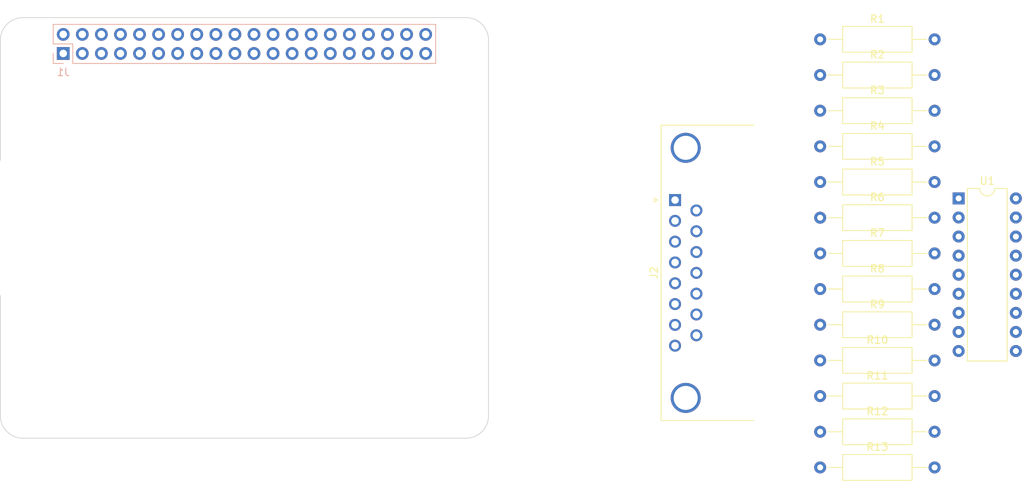
<source format=kicad_pcb>
(kicad_pcb (version 20240108) (generator "pcbnew") (generator_version "8.0")
  (title_block (date "15 nov 2012"))
  (layers (0 "F.Cu" signal) (31 "B.Cu" signal) (34 "B.Paste" user) (35 "F.Paste" user) (36 "B.SilkS" user "B.Silkscreen") (37 "F.SilkS" user "F.Silkscreen") (38 "B.Mask" user) (39 "F.Mask" user) (44 "Edge.Cuts" user))
  (net 0 "")
  (net 1 "GND")
  (net 2 "/GPIO2{slash}SDA1")
  (net 3 "/GPIO3{slash}SCL1")
  (net 4 "/GPIO4{slash}GPCLK0")
  (net 5 "/GPIO14{slash}TXD0")
  (net 6 "/GPIO15{slash}RXD0")
  (net 7 "/GPIO17")
  (net 8 "/GPIO18{slash}PCM.CLK")
  (net 9 "/GPIO27")
  (net 10 "/GPIO22")
  (net 11 "/GPIO23")
  (net 12 "/GPIO24")
  (net 13 "/GPIO10{slash}SPI0.MOSI")
  (net 14 "/GPIO9{slash}SPI0.MISO")
  (net 15 "/GPIO25")
  (net 16 "/GPIO11{slash}SPI0.SCLK")
  (net 17 "/GPIO8{slash}SPI0.CE0")
  (net 18 "/GPIO7{slash}SPI0.CE1")
  (net 19 "/ID_SDA")
  (net 20 "/ID_SCL")
  (net 21 "/GPIO5")
  (net 22 "/GPIO6")
  (net 23 "/GPIO12{slash}PWM0")
  (net 24 "/GPIO13{slash}PWM1")
  (net 25 "/GPIO19{slash}PCM.FS")
  (net 26 "/GPIO16")
  (net 27 "/GPIO26")
  (net 28 "/GPIO20{slash}PCM.DIN")
  (net 29 "/GPIO21{slash}PCM.DOUT")
  (net 30 "+5V")
  (net 31 "+3V3")
  (net 32 "Net-(J2-P9)")
  (net 33 "Net-(J2-P13)")
  (net 34 "Net-(J2-Pad3)")
  (net 35 "Net-(J2-Pad5)")
  (net 36 "Net-(J2-P15)")
  (net 37 "Net-(J2-P14)")
  (net 38 "Net-(J2-P10)")
  (net 39 "Net-(J2-Pad4)")
  (net 40 "Net-(J2-Pad6)")
  (net 41 "Net-(J2-Pad7)")
  (net 42 "Net-(J2-Pad2)")
  (net 44 "Net-(J2-P111)")
  (net 45 "Net-(J2-P12)")
  (net 46 "Net-(U1-O1)")
  (net 47 "Net-(U1-O2)")
  (net 48 "Net-(U1-O3)")
  (net 49 "Net-(U1-O4)")
  (net 50 "Net-(U1-O5)")
  (footprint "Package_DIP:DIP-18_W7.62mm" (layer "F.Cu") (at 227.595 68.070662)
    (property "Reference" "U1" (at 3.81 -2.33 0) (layer "F.SilkS"))
    (property "Value" "ULN2803A")
    (fp_line (start 1.16 -1.33) (end 1.16 21.65) (stroke (width 0.12)) (layer "F.SilkS"))
    (fp_line (start 1.16 21.65) (end 6.46 21.65) (stroke (width 0.12)) (layer "F.SilkS"))
    (fp_line (start 2.81 -1.33) (end 1.16 -1.33) (stroke (width 0.12)) (layer "F.SilkS"))
    (fp_line (start 6.46 -1.33) (end 4.81 -1.33) (stroke (width 0.12)) (layer "F.SilkS"))
    (fp_line (start 6.46 21.65) (end 6.46 -1.33) (stroke (width 0.12)) (layer "F.SilkS"))
    (fp_arc (start 4.81 -1.33) (mid 3.81 -0.33) (end 2.81 -1.33) (stroke (width 0.12)) (layer "F.SilkS"))
    (pad "1" thru_hole rect (at 0 0) (size 1.6 1.6) (drill 0.8) (layers "*.Cu" "*.Mask") (net 7 "/GPIO17"))
    (pad "2" thru_hole oval (at 0 2.54) (size 1.6 1.6) (drill 0.8) (layers "*.Cu" "*.Mask") (net 10 "/GPIO22"))
    (pad "3" thru_hole oval (at 0 5.08) (size 1.6 1.6) (drill 0.8) (layers "*.Cu" "*.Mask") (net 11 "/GPIO23"))
    (pad "4" thru_hole oval (at 0 7.62) (size 1.6 1.6) (drill 0.8) (layers "*.Cu" "*.Mask") (net 12 "/GPIO24"))
    (pad "5" thru_hole oval (at 0 10.16) (size 1.6 1.6) (drill 0.8) (layers "*.Cu" "*.Mask") (net 15 "/GPIO25"))
    (pad "6" thru_hole oval (at 0 12.7) (size 1.6 1.6) (drill 0.8) (layers "*.Cu" "*.Mask"))
    (pad "7" thru_hole oval (at 0 15.24) (size 1.6 1.6) (drill 0.8) (layers "*.Cu" "*.Mask"))
    (pad "8" thru_hole oval (at 0 17.78) (size 1.6 1.6) (drill 0.8) (layers "*.Cu" "*.Mask"))
    (pad "9" thru_hole oval (at 0 20.32) (size 1.6 1.6) (drill 0.8) (layers "*.Cu" "*.Mask") (net 1 "GND"))
    (pad "10" thru_hole oval (at 7.62 20.32) (size 1.6 1.6) (drill 0.8) (layers "*.Cu" "*.Mask"))
    (pad "11" thru_hole oval (at 7.62 17.78) (size 1.6 1.6) (drill 0.8) (layers "*.Cu" "*.Mask"))
    (pad "12" thru_hole oval (at 7.62 15.24) (size 1.6 1.6) (drill 0.8) (layers "*.Cu" "*.Mask"))
    (pad "13" thru_hole oval (at 7.62 12.7) (size 1.6 1.6) (drill 0.8) (layers "*.Cu" "*.Mask"))
    (pad "14" thru_hole oval (at 7.62 10.16) (size 1.6 1.6) (drill 0.8) (layers "*.Cu" "*.Mask") (net 50 "Net-(U1-O5)"))
    (pad "15" thru_hole oval (at 7.62 7.62) (size 1.6 1.6) (drill 0.8) (layers "*.Cu" "*.Mask") (net 49 "Net-(U1-O4)"))
    (pad "16" thru_hole oval (at 7.62 5.08) (size 1.6 1.6) (drill 0.8) (layers "*.Cu" "*.Mask") (net 48 "Net-(U1-O3)"))
    (pad "17" thru_hole oval (at 7.62 2.54) (size 1.6 1.6) (drill 0.8) (layers "*.Cu" "*.Mask") (net 47 "Net-(U1-O2)"))
    (pad "18" thru_hole oval (at 7.62 0) (size 1.6 1.6) (drill 0.8) (layers "*.Cu" "*.Mask") (net 46 "Net-(U1-O1)"))
  )
  (footprint "MountingHole:MountingHole_2.7mm_M2.5" (layer "F.Cu") (at 161.5 47.5)
    (property "Reference" "MH2" (hide yes))
    (property "Value" "MountingHole_2.7mm_M2.5" (hide yes))
    (pad "" np_thru_hole circle (at 0 0) (size 2.7 2.7) (drill 2.7) (layers "*.Cu" "*.Mask"))
  )
  (footprint "Resistor_THT:R_Axial_DIN0309_L9.0mm_D3.2mm_P15.24mm_Horizontal" (layer "F.Cu") (at 209.155 46.890662)
    (property "Reference" "R1" (at 7.62 -2.72 0) (layer "F.SilkS"))
    (property "Value" "R_US")
    (fp_line (start 1.04 0) (end 3 0) (stroke (width 0.12)) (layer "F.SilkS"))
    (fp_line (start 3 -1.72) (end 3 1.72) (stroke (width 0.12)) (layer "F.SilkS"))
    (fp_line (start 3 1.72) (end 12.24 1.72) (stroke (width 0.12)) (layer "F.SilkS"))
    (fp_line (start 12.24 -1.72) (end 3 -1.72) (stroke (width 0.12)) (layer "F.SilkS"))
    (fp_line (start 12.24 1.72) (end 12.24 -1.72) (stroke (width 0.12)) (layer "F.SilkS"))
    (fp_line (start 14.2 0) (end 12.24 0) (stroke (width 0.12)) (layer "F.SilkS"))
    (pad "1" thru_hole circle (at 0 0) (size 1.6 1.6) (drill 0.8) (layers "*.Cu" "*.Mask") (net 46 "Net-(U1-O1)"))
    (pad "2" thru_hole oval (at 15.24 0) (size 1.6 1.6) (drill 0.8) (layers "*.Cu" "*.Mask") (net 32 "Net-(J2-P9)"))
  )
  (footprint "Resistor_THT:R_Axial_DIN0309_L9.0mm_D3.2mm_P15.24mm_Horizontal" (layer "F.Cu") (at 209.155 70.640662)
    (property "Reference" "R6" (at 7.62 -2.72 0) (layer "F.SilkS"))
    (property "Value" "R_US")
    (fp_line (start 1.04 0) (end 3 0) (stroke (width 0.12)) (layer "F.SilkS"))
    (fp_line (start 3 -1.72) (end 3 1.72) (stroke (width 0.12)) (layer "F.SilkS"))
    (fp_line (start 3 1.72) (end 12.24 1.72) (stroke (width 0.12)) (layer "F.SilkS"))
    (fp_line (start 12.24 -1.72) (end 3 -1.72) (stroke (width 0.12)) (layer "F.SilkS"))
    (fp_line (start 12.24 1.72) (end 12.24 -1.72) (stroke (width 0.12)) (layer "F.SilkS"))
    (fp_line (start 14.2 0) (end 12.24 0) (stroke (width 0.12)) (layer "F.SilkS"))
    (pad "1" thru_hole circle (at 0 0) (size 1.6 1.6) (drill 0.8) (layers "*.Cu" "*.Mask") (net 49 "Net-(U1-O4)"))
    (pad "2" thru_hole oval (at 15.24 0) (size 1.6 1.6) (drill 0.8) (layers "*.Cu" "*.Mask") (net 39 "Net-(J2-Pad4)"))
  )
  (footprint "Resistor_THT:R_Axial_DIN0309_L9.0mm_D3.2mm_P15.24mm_Horizontal" (layer "F.Cu") (at 209.155 51.640662)
    (property "Reference" "R2" (at 7.62 -2.72 0) (layer "F.SilkS"))
    (property "Value" "R_US")
    (fp_line (start 1.04 0) (end 3 0) (stroke (width 0.12)) (layer "F.SilkS"))
    (fp_line (start 3 -1.72) (end 3 1.72) (stroke (width 0.12)) (layer "F.SilkS"))
    (fp_line (start 3 1.72) (end 12.24 1.72) (stroke (width 0.12)) (layer "F.SilkS"))
    (fp_line (start 12.24 -1.72) (end 3 -1.72) (stroke (width 0.12)) (layer "F.SilkS"))
    (fp_line (start 12.24 1.72) (end 12.24 -1.72) (stroke (width 0.12)) (layer "F.SilkS"))
    (fp_line (start 14.2 0) (end 12.24 0) (stroke (width 0.12)) (layer "F.SilkS"))
    (pad "1" thru_hole circle (at 0 0) (size 1.6 1.6) (drill 0.8) (layers "*.Cu" "*.Mask") (net 47 "Net-(U1-O2)"))
    (pad "2" thru_hole oval (at 15.24 0) (size 1.6 1.6) (drill 0.8) (layers "*.Cu" "*.Mask") (net 42 "Net-(J2-Pad2)"))
  )
  (footprint "Resistor_THT:R_Axial_DIN0309_L9.0mm_D3.2mm_P15.24mm_Horizontal" (layer "F.Cu") (at 209.155 99.140662)
    (property "Reference" "R12" (at 7.62 -2.72 0) (layer "F.SilkS"))
    (property "Value" "R_US")
    (fp_line (start 1.04 0) (end 3 0) (stroke (width 0.12)) (layer "F.SilkS"))
    (fp_line (start 3 -1.72) (end 3 1.72) (stroke (width 0.12)) (layer "F.SilkS"))
    (fp_line (start 3 1.72) (end 12.24 1.72) (stroke (width 0.12)) (layer "F.SilkS"))
    (fp_line (start 12.24 -1.72) (end 3 -1.72) (stroke (width 0.12)) (layer "F.SilkS"))
    (fp_line (start 12.24 1.72) (end 12.24 -1.72) (stroke (width 0.12)) (layer "F.SilkS"))
    (fp_line (start 14.2 0) (end 12.24 0) (stroke (width 0.12)) (layer "F.SilkS"))
    (pad "1" thru_hole circle (at 0 0) (size 1.6 1.6) (drill 0.8) (layers "*.Cu" "*.Mask") (net 50 "Net-(U1-O5)"))
    (pad "2" thru_hole oval (at 15.24 0) (size 1.6 1.6) (drill 0.8) (layers "*.Cu" "*.Mask") (net 41 "Net-(J2-Pad7)"))
  )
  (footprint "Resistor_THT:R_Axial_DIN0309_L9.0mm_D3.2mm_P15.24mm_Horizontal" (layer "F.Cu") (at 209.155 56.390662)
    (property "Reference" "R3" (at 7.62 -2.72 0) (layer "F.SilkS"))
    (property "Value" "R_US")
    (fp_line (start 1.04 0) (end 3 0) (stroke (width 0.12)) (layer "F.SilkS"))
    (fp_line (start 3 -1.72) (end 3 1.72) (stroke (width 0.12)) (layer "F.SilkS"))
    (fp_line (start 3 1.72) (end 12.24 1.72) (stroke (width 0.12)) (layer "F.SilkS"))
    (fp_line (start 12.24 -1.72) (end 3 -1.72) (stroke (width 0.12)) (layer "F.SilkS"))
    (fp_line (start 12.24 1.72) (end 12.24 -1.72) (stroke (width 0.12)) (layer "F.SilkS"))
    (fp_line (start 14.2 0) (end 12.24 0) (stroke (width 0.12)) (layer "F.SilkS"))
    (pad "1" thru_hole circle (at 0 0) (size 1.6 1.6) (drill 0.8) (layers "*.Cu" "*.Mask") (net 48 "Net-(U1-O3)"))
    (pad "2" thru_hole oval (at 15.24 0) (size 1.6 1.6) (drill 0.8) (layers "*.Cu" "*.Mask") (net 38 "Net-(J2-P10)"))
  )
  (footprint "Resistor_THT:R_Axial_DIN0309_L9.0mm_D3.2mm_P15.24mm_Horizontal" (layer "F.Cu") (at 209.155 75.390662)
    (property "Reference" "R7" (at 7.62 -2.72 0) (layer "F.SilkS"))
    (property "Value" "R_US")
    (fp_line (start 1.04 0) (end 3 0) (stroke (width 0.12)) (layer "F.SilkS"))
    (fp_line (start 3 -1.72) (end 3 1.72) (stroke (width 0.12)) (layer "F.SilkS"))
    (fp_line (start 3 1.72) (end 12.24 1.72) (stroke (width 0.12)) (layer "F.SilkS"))
    (fp_line (start 12.24 -1.72) (end 3 -1.72) (stroke (width 0.12)) (layer "F.SilkS"))
    (fp_line (start 12.24 1.72) (end 12.24 -1.72) (stroke (width 0.12)) (layer "F.SilkS"))
    (fp_line (start 14.2 0) (end 12.24 0) (stroke (width 0.12)) (layer "F.SilkS"))
    (pad "1" thru_hole circle (at 0 0) (size 1.6 1.6) (drill 0.8) (layers "*.Cu" "*.Mask") (net 49 "Net-(U1-O4)"))
    (pad "2" thru_hole oval (at 15.24 0) (size 1.6 1.6) (drill 0.8) (layers "*.Cu" "*.Mask") (net 45 "Net-(J2-P12)"))
  )
  (footprint "Resistor_THT:R_Axial_DIN0309_L9.0mm_D3.2mm_P15.24mm_Horizontal" (layer "F.Cu") (at 209.155 61.140662)
    (property "Reference" "R4" (at 7.62 -2.72 0) (layer "F.SilkS"))
    (property "Value" "R_US")
    (fp_line (start 1.04 0) (end 3 0) (stroke (width 0.12)) (layer "F.SilkS"))
    (fp_line (start 3 -1.72) (end 3 1.72) (stroke (width 0.12)) (layer "F.SilkS"))
    (fp_line (start 3 1.72) (end 12.24 1.72) (stroke (width 0.12)) (layer "F.SilkS"))
    (fp_line (start 12.24 -1.72) (end 3 -1.72) (stroke (width 0.12)) (layer "F.SilkS"))
    (fp_line (start 12.24 1.72) (end 12.24 -1.72) (stroke (width 0.12)) (layer "F.SilkS"))
    (fp_line (start 14.2 0) (end 12.24 0) (stroke (width 0.12)) (layer "F.SilkS"))
    (pad "1" thru_hole circle (at 0 0) (size 1.6 1.6) (drill 0.8) (layers "*.Cu" "*.Mask") (net 49 "Net-(U1-O4)"))
    (pad "2" thru_hole oval (at 15.24 0) (size 1.6 1.6) (drill 0.8) (layers "*.Cu" "*.Mask") (net 34 "Net-(J2-Pad3)"))
  )
  (footprint "MountingHole:MountingHole_2.7mm_M2.5" (layer "F.Cu") (at 103.5 96.5)
    (property "Reference" "MH3" (hide yes))
    (property "Value" "MountingHole_2.7mm_M2.5" (hide yes))
    (pad "" np_thru_hole circle (at 0 0) (size 2.7 2.7) (drill 2.7) (layers "*.Cu" "*.Mask"))
  )
  (footprint "Resistor_THT:R_Axial_DIN0309_L9.0mm_D3.2mm_P15.24mm_Horizontal" (layer "F.Cu") (at 209.155 80.140662)
    (property "Reference" "R8" (at 7.62 -2.72 0) (layer "F.SilkS"))
    (property "Value" "R_US")
    (fp_line (start 1.04 0) (end 3 0) (stroke (width 0.12)) (layer "F.SilkS"))
    (fp_line (start 3 -1.72) (end 3 1.72) (stroke (width 0.12)) (layer "F.SilkS"))
    (fp_line (start 3 1.72) (end 12.24 1.72) (stroke (width 0.12)) (layer "F.SilkS"))
    (fp_line (start 12.24 -1.72) (end 3 -1.72) (stroke (width 0.12)) (layer "F.SilkS"))
    (fp_line (start 12.24 1.72) (end 12.24 -1.72) (stroke (width 0.12)) (layer "F.SilkS"))
    (fp_line (start 14.2 0) (end 12.24 0) (stroke (width 0.12)) (layer "F.SilkS"))
    (pad "1" thru_hole circle (at 0 0) (size 1.6 1.6) (drill 0.8) (layers "*.Cu" "*.Mask") (net 49 "Net-(U1-O4)"))
    (pad "2" thru_hole oval (at 15.24 0) (size 1.6 1.6) (drill 0.8) (layers "*.Cu" "*.Mask") (net 35 "Net-(J2-Pad5)"))
  )
  (footprint "Resistor_THT:R_Axial_DIN0309_L9.0mm_D3.2mm_P15.24mm_Horizontal" (layer "F.Cu") (at 209.155 103.890662)
    (property "Reference" "R13" (at 7.62 -2.72 0) (layer "F.SilkS"))
    (property "Value" "R_US")
    (fp_line (start 1.04 0) (end 3 0) (stroke (width 0.12)) (layer "F.SilkS"))
    (fp_line (start 3 -1.72) (end 3 1.72) (stroke (width 0.12)) (layer "F.SilkS"))
    (fp_line (start 3 1.72) (end 12.24 1.72) (stroke (width 0.12)) (layer "F.SilkS"))
    (fp_line (start 12.24 -1.72) (end 3 -1.72) (stroke (width 0.12)) (layer "F.SilkS"))
    (fp_line (start 12.24 1.72) (end 12.24 -1.72) (stroke (width 0.12)) (layer "F.SilkS"))
    (fp_line (start 14.2 0) (end 12.24 0) (stroke (width 0.12)) (layer "F.SilkS"))
    (pad "1" thru_hole circle (at 0 0) (size 1.6 1.6) (drill 0.8) (layers "*.Cu" "*.Mask") (net 50 "Net-(U1-O5)"))
    (pad "2" thru_hole oval (at 15.24 0) (size 1.6 1.6) (drill 0.8) (layers "*.Cu" "*.Mask") (net 36 "Net-(J2-P15)"))
  )
  (footprint "MountingHole:MountingHole_2.7mm_M2.5" (layer "F.Cu") (at 103.5 47.5)
    (property "Reference" "MH1" (hide yes))
    (property "Value" "MountingHole_2.7mm_M2.5" (hide yes))
    (pad "" np_thru_hole circle (at 0 0) (size 2.7 2.7) (drill 2.7) (layers "*.Cu" "*.Mask"))
  )
  (footprint "Resistor_THT:R_Axial_DIN0309_L9.0mm_D3.2mm_P15.24mm_Horizontal" (layer "F.Cu") (at 209.155 84.890662)
    (property "Reference" "R9" (at 7.62 -2.72 0) (layer "F.SilkS"))
    (property "Value" "R_US")
    (fp_line (start 1.04 0) (end 3 0) (stroke (width 0.12)) (layer "F.SilkS"))
    (fp_line (start 3 -1.72) (end 3 1.72) (stroke (width 0.12)) (layer "F.SilkS"))
    (fp_line (start 3 1.72) (end 12.24 1.72) (stroke (width 0.12)) (layer "F.SilkS"))
    (fp_line (start 12.24 -1.72) (end 3 -1.72) (stroke (width 0.12)) (layer "F.SilkS"))
    (fp_line (start 12.24 1.72) (end 12.24 -1.72) (stroke (width 0.12)) (layer "F.SilkS"))
    (fp_line (start 14.2 0) (end 12.24 0) (stroke (width 0.12)) (layer "F.SilkS"))
    (pad "1" thru_hole circle (at 0 0) (size 1.6 1.6) (drill 0.8) (layers "*.Cu" "*.Mask") (net 50 "Net-(U1-O5)"))
    (pad "2" thru_hole oval (at 15.24 0) (size 1.6 1.6) (drill 0.8) (layers "*.Cu" "*.Mask") (net 33 "Net-(J2-P13)"))
  )
  (footprint "Resistor_THT:R_Axial_DIN0309_L9.0mm_D3.2mm_P15.24mm_Horizontal" (layer "F.Cu") (at 209.155 89.640662)
    (property "Reference" "R10" (at 7.62 -2.72 0) (layer "F.SilkS"))
    (property "Value" "R_US")
    (fp_line (start 1.04 0) (end 3 0) (stroke (width 0.12)) (layer "F.SilkS"))
    (fp_line (start 3 -1.72) (end 3 1.72) (stroke (width 0.12)) (layer "F.SilkS"))
    (fp_line (start 3 1.72) (end 12.24 1.72) (stroke (width 0.12)) (layer "F.SilkS"))
    (fp_line (start 12.24 -1.72) (end 3 -1.72) (stroke (width 0.12)) (layer "F.SilkS"))
    (fp_line (start 12.24 1.72) (end 12.24 -1.72) (stroke (width 0.12)) (layer "F.SilkS"))
    (fp_line (start 14.2 0) (end 12.24 0) (stroke (width 0.12)) (layer "F.SilkS"))
    (pad "1" thru_hole circle (at 0 0) (size 1.6 1.6) (drill 0.8) (layers "*.Cu" "*.Mask") (net 50 "Net-(U1-O5)"))
    (pad "2" thru_hole oval (at 15.24 0) (size 1.6 1.6) (drill 0.8) (layers "*.Cu" "*.Mask") (net 40 "Net-(J2-Pad6)"))
  )
  (footprint "MountingHole:MountingHole_2.7mm_M2.5" (layer "F.Cu") (at 161.5 96.5)
    (property "Reference" "MH4" (hide yes))
    (property "Value" "MountingHole_2.7mm_M2.5" (hide yes))
    (pad "" np_thru_hole circle (at 0 0) (size 2.7 2.7) (drill 2.7) (layers "*.Cu" "*.Mask"))
  )
  (footprint "Connector_Dsub:DSUB-15_Female_Horizontal_P2.77x2.84mm_EdgePinOffset7.70mm_Housed_MountingHolesOffset9.12mm" (layer "F.Cu") (at 189.835 68.290001 90)
    (property "Reference" "J2" (at -9.695001 -2.799999 270) (layer "F.SilkS"))
    (property "Value" "DA15_Receptacle")
    (fp_line (start -0.25 -2.754339) (end 0.249999 -2.754338) (stroke (width 0.12)) (layer "F.SilkS"))
    (fp_line (start 0.249999 -2.754338) (end 0 -2.321325) (stroke (width 0.12)) (layer "F.SilkS"))
    (fp_line (start 0 -2.321325) (end -0.25 -2.754339) (stroke (width 0.12)) (layer "F.SilkS"))
    (fp_line (start 9.965001 -1.86) (end 9.965 10.48) (stroke (width 0.12)) (layer "F.SilkS"))
    (fp_line (start -29.354999 -1.859999) (end 9.965001 -1.86) (stroke (width 0.12)) (layer "F.SilkS"))
    (fp_line (start -29.355001 10.48) (end -29.354999 -1.859999) (stroke (width 0.12)) (layer "F.SilkS"))
    (pad "0" thru_hole circle (at -26.345 1.42 90) (size 4 4) (drill 3.2) (layers "*.Cu" "*.Mask"))
    (pad "0" thru_hole circle (at 6.955 1.420001 90) (size 4 4) (drill 3.2) (layers "*.Cu" "*.Mask"))
    (pad "1" thru_hole rect (at 0 0 90) (size 1.6 1.6) (drill 1) (layers "*.Cu" "*.Mask") (net 30 "+5V"))
    (pad "2" thru_hole circle (at -2.769999 -0.000002 90) (size 1.6 1.6) (drill 1) (layers "*.Cu" "*.Mask") (net 42 "Net-(J2-Pad2)"))
    (pad "3" thru_hole circle (at -5.539999 0 90) (size 1.6 1.6) (drill 1) (layers "*.Cu" "*.Mask") (net 34 "Net-(J2-Pad3)"))
    (pad "4" thru_hole circle (at -8.31 -0.000001 90) (size 1.6 1.6) (drill 1) (layers "*.Cu" "*.Mask") (net 39 "Net-(J2-Pad4)"))
    (pad "5" thru_hole circle (at -11.08 0.000001 90) (size 1.6 1.6) (drill 1) (layers "*.Cu" "*.Mask") (net 35 "Net-(J2-Pad5)"))
    (pad "6" thru_hole circle (at -13.85 0 90) (size 1.6 1.6) (drill 1) (layers "*.Cu" "*.Mask") (net 40 "Net-(J2-Pad6)"))
    (pad "7" thru_hole circle (at -16.619998 0 90) (size 1.6 1.6) (drill 1) (layers "*.Cu" "*.Mask") (net 41 "Net-(J2-Pad7)"))
    (pad "8" thru_hole circle (at -19.39 -0.000001 90) (size 1.6 1.6) (drill 1) (layers "*.Cu" "*.Mask"))
    (pad "9" thru_hole circle (at -1.384999 2.84 90) (size 1.6 1.6) (drill 1) (layers "*.Cu" "*.Mask") (net 32 "Net-(J2-P9)"))
    (pad "10" thru_hole circle (at -4.155 2.839999 90) (size 1.6 1.6) (drill 1) (layers "*.Cu" "*.Mask") (net 38 "Net-(J2-P10)"))
    (pad "11" thru_hole circle (at -6.925001 2.84 90) (size 1.6 1.6) (drill 1) (layers "*.Cu" "*.Mask") (net 44 "Net-(J2-P111)"))
    (pad "12" thru_hole circle (at -9.695001 2.84 90) (size 1.6 1.6) (drill 1) (layers "*.Cu" "*.Mask") (net 45 "Net-(J2-P12)"))
    (pad "13" thru_hole circle (at -12.465 2.840002 90) (size 1.6 1.6) (drill 1) (layers "*.Cu" "*.Mask") (net 33 "Net-(J2-P13)"))
    (pad "14" thru_hole circle (at -15.234999 2.84 90) (size 1.6 1.6) (drill 1) (layers "*.Cu" "*.Mask") (net 37 "Net-(J2-P14)"))
    (pad "15" thru_hole circle (at -18.005 2.839999 90) (size 1.6 1.6) (drill 1) (layers "*.Cu" "*.Mask") (net 36 "Net-(J2-P15)"))
  )
  (footprint "Resistor_THT:R_Axial_DIN0309_L9.0mm_D3.2mm_P15.24mm_Horizontal" (layer "F.Cu") (at 209.155 65.890662)
    (property "Reference" "R5" (at 7.62 -2.72 0) (layer "F.SilkS"))
    (property "Value" "R_US")
    (fp_line (start 1.04 0) (end 3 0) (stroke (width 0.12)) (layer "F.SilkS"))
    (fp_line (start 3 -1.72) (end 3 1.72) (stroke (width 0.12)) (layer "F.SilkS"))
    (fp_line (start 3 1.72) (end 12.24 1.72) (stroke (width 0.12)) (layer "F.SilkS"))
    (fp_line (start 12.24 -1.72) (end 3 -1.72) (stroke (width 0.12)) (layer "F.SilkS"))
    (fp_line (start 12.24 1.72) (end 12.24 -1.72) (stroke (width 0.12)) (layer "F.SilkS"))
    (fp_line (start 14.2 0) (end 12.24 0) (stroke (width 0.12)) (layer "F.SilkS"))
    (pad "1" thru_hole circle (at 0 0) (size 1.6 1.6) (drill 0.8) (layers "*.Cu" "*.Mask") (net 49 "Net-(U1-O4)"))
    (pad "2" thru_hole oval (at 15.24 0) (size 1.6 1.6) (drill 0.8) (layers "*.Cu" "*.Mask") (net 44 "Net-(J2-P111)"))
  )
  (footprint "Resistor_THT:R_Axial_DIN0309_L9.0mm_D3.2mm_P15.24mm_Horizontal" (layer "F.Cu") (at 209.155 94.390662)
    (property "Reference" "R11" (at 7.62 -2.72 0) (layer "F.SilkS"))
    (property "Value" "R_US")
    (fp_line (start 1.04 0) (end 3 0) (stroke (width 0.12)) (layer "F.SilkS"))
    (fp_line (start 3 -1.72) (end 3 1.72) (stroke (width 0.12)) (layer "F.SilkS"))
    (fp_line (start 3 1.72) (end 12.24 1.72) (stroke (width 0.12)) (layer "F.SilkS"))
    (fp_line (start 12.24 -1.72) (end 3 -1.72) (stroke (width 0.12)) (layer "F.SilkS"))
    (fp_line (start 12.24 1.72) (end 12.24 -1.72) (stroke (width 0.12)) (layer "F.SilkS"))
    (fp_line (start 14.2 0) (end 12.24 0) (stroke (width 0.12)) (layer "F.SilkS"))
    (pad "1" thru_hole circle (at 0 0) (size 1.6 1.6) (drill 0.8) (layers "*.Cu" "*.Mask") (net 50 "Net-(U1-O5)"))
    (pad "2" thru_hole oval (at 15.24 0) (size 1.6 1.6) (drill 0.8) (layers "*.Cu" "*.Mask") (net 37 "Net-(J2-P14)"))
  )
  (footprint "Connector_PinSocket_2.54mm:PinSocket_2x20_P2.54mm_Vertical" (layer "B.Cu") (at 108.37 48.77 -90)
    (property "Reference" "J1" (at 2.5 0 0) (layer "B.SilkS") (effects (justify mirror)))
    (property "Value" "GPIO")
    (fp_line (start -3.87 1.33) (end -1.27 1.33) (stroke (width 0.12)) (layer "B.SilkS"))
    (fp_line (start -3.87 1.33) (end -3.87 -49.59) (stroke (width 0.12)) (layer "B.SilkS"))
    (fp_line (start -1.27 1.33) (end -1.27 -1.27) (stroke (width 0.12)) (layer "B.SilkS"))
    (fp_line (start 0 1.33) (end 1.33 1.33) (stroke (width 0.12)) (layer "B.SilkS"))
    (fp_line (start 1.33 1.33) (end 1.33 0) (stroke (width 0.12)) (layer "B.SilkS"))
    (fp_line (start -1.27 -1.27) (end 1.33 -1.27) (stroke (width 0.12)) (layer "B.SilkS"))
    (fp_line (start 1.33 -1.27) (end 1.33 -49.59) (stroke (width 0.12)) (layer "B.SilkS"))
    (fp_line (start -3.87 -49.59) (end 1.33 -49.59) (stroke (width 0.12)) (layer "B.SilkS"))
    (pad "1" thru_hole rect (at 0 0 270) (size 1.7 1.7) (drill 1) (layers "*.Cu" "*.Mask") (net 31 "+3V3"))
    (pad "2" thru_hole oval (at -2.54 0 270) (size 1.7 1.7) (drill 1) (layers "*.Cu" "*.Mask") (net 30 "+5V"))
    (pad "3" thru_hole oval (at 0 -2.54 270) (size 1.7 1.7) (drill 1) (layers "*.Cu" "*.Mask") (net 2 "/GPIO2{slash}SDA1"))
    (pad "4" thru_hole oval (at -2.54 -2.54 270) (size 1.7 1.7) (drill 1) (layers "*.Cu" "*.Mask") (net 30 "+5V"))
    (pad "5" thru_hole oval (at 0 -5.08 270) (size 1.7 1.7) (drill 1) (layers "*.Cu" "*.Mask") (net 3 "/GPIO3{slash}SCL1"))
    (pad "6" thru_hole oval (at -2.54 -5.08 270) (size 1.7 1.7) (drill 1) (layers "*.Cu" "*.Mask") (net 1 "GND"))
    (pad "7" thru_hole oval (at 0 -7.62 270) (size 1.7 1.7) (drill 1) (layers "*.Cu" "*.Mask") (net 4 "/GPIO4{slash}GPCLK0"))
    (pad "8" thru_hole oval (at -2.54 -7.62 270) (size 1.7 1.7) (drill 1) (layers "*.Cu" "*.Mask") (net 5 "/GPIO14{slash}TXD0"))
    (pad "9" thru_hole oval (at 0 -10.16 270) (size 1.7 1.7) (drill 1) (layers "*.Cu" "*.Mask") (net 1 "GND"))
    (pad "10" thru_hole oval (at -2.54 -10.16 270) (size 1.7 1.7) (drill 1) (layers "*.Cu" "*.Mask") (net 6 "/GPIO15{slash}RXD0"))
    (pad "11" thru_hole oval (at 0 -12.7 270) (size 1.7 1.7) (drill 1) (layers "*.Cu" "*.Mask") (net 7 "/GPIO17"))
    (pad "12" thru_hole oval (at -2.54 -12.7 270) (size 1.7 1.7) (drill 1) (layers "*.Cu" "*.Mask") (net 8 "/GPIO18{slash}PCM.CLK"))
    (pad "13" thru_hole oval (at 0 -15.24 270) (size 1.7 1.7) (drill 1) (layers "*.Cu" "*.Mask") (net 9 "/GPIO27"))
    (pad "14" thru_hole oval (at -2.54 -15.24 270) (size 1.7 1.7) (drill 1) (layers "*.Cu" "*.Mask") (net 1 "GND"))
    (pad "15" thru_hole oval (at 0 -17.78 270) (size 1.7 1.7) (drill 1) (layers "*.Cu" "*.Mask") (net 10 "/GPIO22"))
    (pad "16" thru_hole oval (at -2.54 -17.78 270) (size 1.7 1.7) (drill 1) (layers "*.Cu" "*.Mask") (net 11 "/GPIO23"))
    (pad "17" thru_hole oval (at 0 -20.32 270) (size 1.7 1.7) (drill 1) (layers "*.Cu" "*.Mask") (net 31 "+3V3"))
    (pad "18" thru_hole oval (at -2.54 -20.32 270) (size 1.7 1.7) (drill 1) (layers "*.Cu" "*.Mask") (net 12 "/GPIO24"))
    (pad "19" thru_hole oval (at 0 -22.86 270) (size 1.7 1.7) (drill 1) (layers "*.Cu" "*.Mask") (net 13 "/GPIO10{slash}SPI0.MOSI"))
    (pad "20" thru_hole oval (at -2.54 -22.86 270) (size 1.7 1.7) (drill 1) (layers "*.Cu" "*.Mask") (net 1 "GND"))
    (pad "21" thru_hole oval (at 0 -25.4 270) (size 1.7 1.7) (drill 1) (layers "*.Cu" "*.Mask") (net 14 "/GPIO9{slash}SPI0.MISO"))
    (pad "22" thru_hole oval (at -2.54 -25.4 270) (size 1.7 1.7) (drill 1) (layers "*.Cu" "*.Mask") (net 15 "/GPIO25"))
    (pad "23" thru_hole oval (at 0 -27.94 270) (size 1.7 1.7) (drill 1) (layers "*.Cu" "*.Mask") (net 16 "/GPIO11{slash}SPI0.SCLK"))
    (pad "24" thru_hole oval (at -2.54 -27.94 270) (size 1.7 1.7) (drill 1) (layers "*.Cu" "*.Mask") (net 17 "/GPIO8{slash}SPI0.CE0"))
    (pad "25" thru_hole oval (at 0 -30.48 270) (size 1.7 1.7) (drill 1) (layers "*.Cu" "*.Mask") (net 1 "GND"))
    (pad "26" thru_hole oval (at -2.54 -30.48 270) (size 1.7 1.7) (drill 1) (layers "*.Cu" "*.Mask") (net 18 "/GPIO7{slash}SPI0.CE1"))
    (pad "27" thru_hole oval (at 0 -33.02 270) (size 1.7 1.7) (drill 1) (layers "*.Cu" "*.Mask") (net 19 "/ID_SDA"))
    (pad "28" thru_hole oval (at -2.54 -33.02 270) (size 1.7 1.7) (drill 1) (layers "*.Cu" "*.Mask") (net 20 "/ID_SCL"))
    (pad "29" thru_hole oval (at 0 -35.56 270) (size 1.7 1.7) (drill 1) (layers "*.Cu" "*.Mask") (net 21 "/GPIO5"))
    (pad "30" thru_hole oval (at -2.54 -35.56 270) (size 1.7 1.7) (drill 1) (layers "*.Cu" "*.Mask") (net 1 "GND"))
    (pad "31" thru_hole oval (at 0 -38.1 270) (size 1.7 1.7) (drill 1) (layers "*.Cu" "*.Mask") (net 22 "/GPIO6"))
    (pad "32" thru_hole oval (at -2.54 -38.1 270) (size 1.7 1.7) (drill 1) (layers "*.Cu" "*.Mask") (net 23 "/GPIO12{slash}PWM0"))
    (pad "33" thru_hole oval (at 0 -40.64 270) (size 1.7 1.7) (drill 1) (layers "*.Cu" "*.Mask") (net 24 "/GPIO13{slash}PWM1"))
    (pad "34" thru_hole oval (at -2.54 -40.64 270) (size 1.7 1.7) (drill 1) (layers "*.Cu" "*.Mask") (net 1 "GND"))
    (pad "35" thru_hole oval (at 0 -43.18 270) (size 1.7 1.7) (drill 1) (layers "*.Cu" "*.Mask") (net 25 "/GPIO19{slash}PCM.FS"))
    (pad "36" thru_hole oval (at -2.54 -43.18 270) (size 1.7 1.7) (drill 1) (layers "*.Cu" "*.Mask") (net 26 "/GPIO16"))
    (pad "37" thru_hole oval (at 0 -45.72 270) (size 1.7 1.7) (drill 1) (layers "*.Cu" "*.Mask") (net 27 "/GPIO26"))
    (pad "38" thru_hole oval (at -2.54 -45.72 270) (size 1.7 1.7) (drill 1) (layers "*.Cu" "*.Mask") (net 28 "/GPIO20{slash}PCM.DIN"))
    (pad "39" thru_hole oval (at 0 -48.26 270) (size 1.7 1.7) (drill 1) (layers "*.Cu" "*.Mask") (net 1 "GND"))
    (pad "40" thru_hole oval (at -2.54 -48.26 270) (size 1.7 1.7) (drill 1) (layers "*.Cu" "*.Mask") (net 29 "/GPIO21{slash}PCM.DOUT"))
  )
  (gr_arc (start 162 44) (mid 164.12132 44.87868) (end 165 47) (stroke (width 0.1)) (layer "Edge.Cuts"))
  (gr_line (start 165 97) (end 165 47) (stroke (width 0.1)) (layer "Edge.Cuts"))
  (gr_line (start 100 47) (end 100 63) (stroke (width 0.1)) (layer "Edge.Cuts"))
  (gr_arc (start 103 100) (mid 100.87868 99.12132) (end 100 97) (stroke (width 0.1)) (layer "Edge.Cuts"))
  (gr_line (start 103 100) (end 162 100) (stroke (width 0.1)) (layer "Edge.Cuts"))
  (gr_arc (start 165 97) (mid 164.12132 99.12132) (end 162 100) (stroke (width 0.1)) (layer "Edge.Cuts"))
  (gr_arc (start 100 47) (mid 100.87868 44.87868) (end 103 44) (stroke (width 0.1)) (layer "Edge.Cuts"))
  (gr_line (start 100 81) (end 100 97) (stroke (width 0.1)) (layer "Edge.Cuts"))
  (gr_line (start 162 44) (end 103 44) (stroke (width 0.1)) (layer "Edge.Cuts"))
)
</source>
